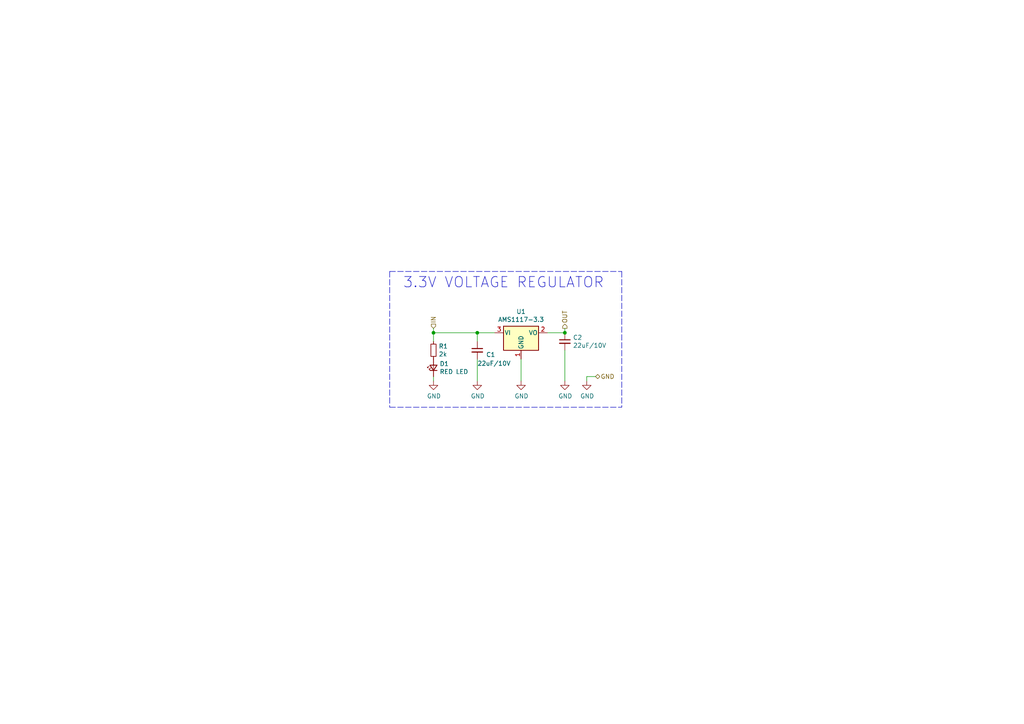
<source format=kicad_sch>
(kicad_sch (version 20231120) (generator "eeschema") (generator_version "8.0")
  (paper "A4")
  (lib_symbols
    (symbol "Device:C_Small" (pin_numbers hide) (pin_names (offset 0.254) hide)
      (property "Reference" "C" (at 0.254 1.778 0))
      (property "Value" "C_Small" (at 0.254 -2.032 0))
      (symbol "C_Small_0_1"
        (polyline (pts (xy -1.524 -0.508) (xy 1.524 -0.508)) (stroke (width 0.3302)))
        (polyline (pts (xy -1.524 0.508) (xy 1.524 0.508)) (stroke (width 0.3048)))
      )
      (symbol "C_Small_1_1"
        (pin passive line (at 0 2.54 270) (length 2.032) (name "~") (number "1"))
        (pin passive line (at 0 -2.54 90) (length 2.032) (name "~") (number "2"))
      )
    )
    (symbol "Device:LED_Small" (pin_numbers hide) (pin_names (offset 0.254) hide)
      (property "Reference" "D" (at -1.27 3.175 0))
      (property "Value" "LED_Small" (at -4.445 -2.54 0))
      (symbol "LED_Small_0_1"
        (polyline (pts (xy -0.762 -1.016) (xy -0.762 1.016)) (stroke (width 0.254)))
        (polyline (pts (xy 1.016 0) (xy -0.762 0)))
        (polyline (pts (xy 0.762 -1.016) (xy -0.762 0) (xy 0.762 1.016) (xy 0.762 -1.016)) (stroke (width 0.254)))
        (polyline (pts (xy 0 0.762) (xy -0.508 1.27) (xy -0.254 1.27) (xy -0.508 1.27) (xy -0.508 1.016)))
        (polyline (pts (xy 0.508 1.27) (xy 0 1.778) (xy 0.254 1.778) (xy 0 1.778) (xy 0 1.524)))
      )
      (symbol "LED_Small_1_1"
        (pin passive line (at -2.54 0 0) (length 1.778) (name "K") (number "1"))
        (pin passive line (at 2.54 0 180) (length 1.778) (name "A") (number "2"))
      )
    )
    (symbol "Device:R_Small" (pin_numbers hide) (pin_names (offset 0.254) hide)
      (property "Reference" "R" (at 0.762 0.508 0))
      (property "Value" "R_Small" (at 0.762 -1.016 0))
      (symbol "R_Small_0_1"
        (rectangle (start -0.762 1.778) (end 0.762 -1.778) (stroke (width 0.2032)))
      )
      (symbol "R_Small_1_1"
        (pin passive line (at 0 2.54 270) (length 0.762) (name "~") (number "1"))
        (pin passive line (at 0 -2.54 90) (length 0.762) (name "~") (number "2"))
      )
    )
    (symbol "Regulator_Linear:AMS1117-3.3" (pin_names (offset 0.254))
      (property "Reference" "U" (at -3.81 3.175 0))
      (property "Value" "AMS1117-3.3" (at 0 3.175 0))
      (symbol "AMS1117-3.3_0_1"
        (rectangle (start -5.08 -5.08) (end 5.08 1.905) (stroke (width 0.254)) (fill (type background)))
      )
      (symbol "AMS1117-3.3_1_1"
        (pin power_in line (at 0 -7.62 90) (length 2.54) (name "GND") (number "1"))
        (pin power_out line (at 7.62 0 180) (length 2.54) (name "VO") (number "2"))
        (pin power_in line (at -7.62 0 0) (length 2.54) (name "VI") (number "3"))
      )
    )
    (symbol "power:GND" (power) (pin_names (offset 0))
      (property "Value" "GND" (at 0 -3.81 0))
      (symbol "GND_0_1"
        (polyline (pts (xy 0 0) (xy 0 -1.27) (xy 1.27 -1.27) (xy 0 -2.54) (xy -1.27 -1.27) (xy 0 -1.27)))
      )
      (symbol "GND_1_1"
        (pin power_in line (at 0 0 270) (length 0) hide (name "GND") (number "1"))
      )
    )
  )
  (junction (at 163.83 96.52))
  (junction (at 138.43 96.52))
  (junction (at 125.73 96.52))
  (wire (pts (xy 151.13 104.14) (xy 151.13 110.49)))
  (wire (pts (xy 158.75 96.52) (xy 163.83 96.52)))
  (wire (pts (xy 138.43 96.52) (xy 143.51 96.52)))
  (wire (pts (xy 170.18 110.49) (xy 170.18 109.22)))
  (wire (pts (xy 125.73 109.22) (xy 125.73 110.49)))
  (wire (pts (xy 125.73 99.06) (xy 125.73 96.52)))
  (wire (pts (xy 125.73 95.25) (xy 125.73 96.52)))
  (wire (pts (xy 163.83 95.25) (xy 163.83 96.52)))
  (wire (pts (xy 170.18 109.22) (xy 172.72 109.22)))
  (wire (pts (xy 125.73 96.52) (xy 138.43 96.52)))
  (polyline (pts (xy 113.03 78.74) (xy 180.34 78.74)) (stroke (width 0) (type dash)))
  (wire (pts (xy 138.43 99.06) (xy 138.43 96.52)))
  (wire (pts (xy 138.43 104.14) (xy 138.43 110.49)))
  (wire (pts (xy 163.83 101.6) (xy 163.83 110.49)))
  (polyline (pts (xy 113.03 118.11) (xy 180.34 118.11)) (stroke (width 0) (type dash)))
  (polyline (pts (xy 180.34 78.74) (xy 180.34 118.11)) (stroke (width 0) (type dash)))
  (polyline (pts (xy 113.03 78.74) (xy 113.03 118.11)) (stroke (width 0) (type dash)))
  (text "3.3V VOLTAGE REGULATOR" (at 116.84 83.82 0) (effects (font (size 2.9972 2.9972)) (justify left bottom)))
  (hierarchical_label "IN" (shape input) (at 125.73 95.25 90))
  (hierarchical_label "GND" (shape bidirectional) (at 172.72 109.22 0))
  (hierarchical_label "OUT" (shape output) (at 163.83 95.25 90))
  (symbol (lib_id "power:GND") (at 163.83 110.49 0) (unit 1)
    (property "Reference" "#PWR06" (effects (hide yes)))
    (property "Value" "GND" (at 163.957 114.8842 0))
  )
  (symbol (lib_id "Device:C_Small") (at 163.83 99.06 0) (unit 1)
    (property "Reference" "C2" (at 166.1668 97.8916 0) (effects (justify left)))
    (property "Value" "22uF/10V" (at 166.1668 100.203 0) (effects (justify left)))
    (property "Footprint" "Capacitor_SMD:C_1206_3216Metric" (effects (hide yes)))
  )
  (symbol (lib_id "power:GND") (at 138.43 110.49 0) (unit 1)
    (property "Reference" "#PWR03" (effects (hide yes)))
    (property "Value" "GND" (at 138.557 114.8842 0))
  )
  (symbol (lib_id "power:GND") (at 170.18 110.49 0) (unit 1)
    (property "Reference" "#PWR01" (effects (hide yes)))
    (property "Value" "GND" (at 170.307 114.8842 0))
  )
  (symbol (lib_id "power:GND") (at 151.13 110.49 0) (unit 1)
    (property "Reference" "#PWR04" (effects (hide yes)))
    (property "Value" "GND" (at 151.257 114.8842 0))
  )
  (symbol (lib_id "Device:C_Small") (at 138.43 101.6 0) (unit 1)
    (property "Reference" "C1" (at 140.97 102.87 0) (effects (justify left)))
    (property "Value" "22uF/10V" (at 138.43 105.41 0) (effects (justify left)))
    (property "Footprint" "Capacitor_SMD:C_1206_3216Metric" (effects (hide yes)))
  )
  (symbol (lib_id "power:GND") (at 125.73 110.49 0) (unit 1)
    (property "Reference" "#PWR02" (effects (hide yes)))
    (property "Value" "GND" (at 125.857 114.8842 0))
  )
  (symbol (lib_id "Regulator_Linear:AMS1117-3.3") (at 151.13 96.52 0) (unit 1)
    (property "Reference" "U1" (at 151.13 90.3732 0))
    (property "Value" "AMS1117-3.3" (at 151.13 92.6846 0))
    (property "Footprint" "Package_TO_SOT_SMD:SOT-223-3_TabPin2" (effects (hide yes)))
    (property "Datasheet" "http://www.advanced-monolithic.com/pdf/ds1117.pdf" (effects (hide yes)))
  )
  (symbol (lib_id "Device:R_Small") (at 125.73 101.6 0) (unit 1)
    (property "Reference" "R1" (at 127.2286 100.4316 0) (effects (justify left)))
    (property "Value" "2k" (at 127.2286 102.743 0) (effects (justify left)))
    (property "Footprint" "Resistor_SMD:R_0805_2012Metric" (effects (hide yes)))
  )
  (symbol (lib_id "Device:LED_Small") (at 125.73 106.68 90) (unit 1)
    (property "Reference" "D1" (at 127.508 105.5116 90) (effects (justify right)))
    (property "Value" "RED LED" (at 127.508 107.823 90) (effects (justify right)))
    (property "Footprint" "LED_SMD:LED_0603_1608Metric" (effects (hide yes)))
  )
)
</source>
